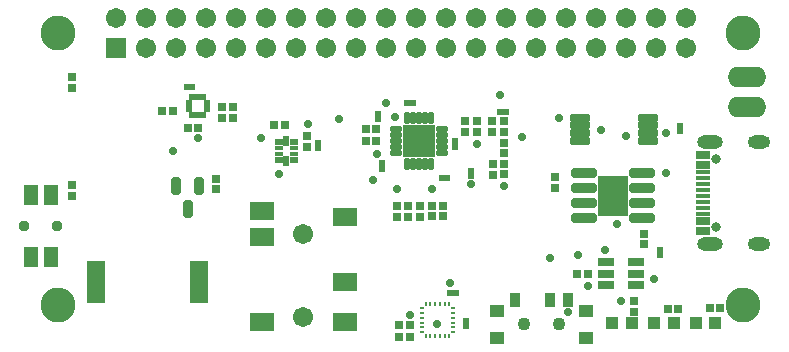
<source format=gts>
G04*
G04 #@! TF.GenerationSoftware,Altium Limited,Altium Designer,24.0.1 (36)*
G04*
G04 Layer_Color=8388736*
%FSLAX44Y44*%
%MOMM*%
G71*
G04*
G04 #@! TF.SameCoordinates,AAA4E2E7-C06B-4B28-9501-2596A0623A30*
G04*
G04*
G04 #@! TF.FilePolarity,Negative*
G04*
G01*
G75*
%ADD44R,0.2540X0.3048*%
%ADD45R,0.3048X0.2540*%
%ADD47R,0.6932X0.8032*%
%ADD48R,0.8032X0.6932*%
%ADD49R,0.4932X0.5032*%
%ADD50R,0.5032X0.4932*%
%ADD51R,1.0032X1.0032*%
%ADD52R,1.4132X0.7932*%
G04:AMPARAMS|DCode=53|XSize=2.1732mm|YSize=0.8032mm|CornerRadius=0.1766mm|HoleSize=0mm|Usage=FLASHONLY|Rotation=0.000|XOffset=0mm|YOffset=0mm|HoleType=Round|Shape=RoundedRectangle|*
%AMROUNDEDRECTD53*
21,1,2.1732,0.4500,0,0,0.0*
21,1,1.8200,0.8032,0,0,0.0*
1,1,0.3532,0.9100,-0.2250*
1,1,0.3532,-0.9100,-0.2250*
1,1,0.3532,-0.9100,0.2250*
1,1,0.3532,0.9100,0.2250*
%
%ADD53ROUNDEDRECTD53*%
%ADD54R,0.9032X1.3032*%
%ADD55R,1.2032X1.0032*%
G04:AMPARAMS|DCode=56|XSize=1.7632mm|YSize=0.6032mm|CornerRadius=0.1516mm|HoleSize=0mm|Usage=FLASHONLY|Rotation=180.000|XOffset=0mm|YOffset=0mm|HoleType=Round|Shape=RoundedRectangle|*
%AMROUNDEDRECTD56*
21,1,1.7632,0.3000,0,0,180.0*
21,1,1.4600,0.6032,0,0,180.0*
1,1,0.3032,-0.7300,0.1500*
1,1,0.3032,0.7300,0.1500*
1,1,0.3032,0.7300,-0.1500*
1,1,0.3032,-0.7300,-0.1500*
%
%ADD56ROUNDEDRECTD56*%
G04:AMPARAMS|DCode=57|XSize=0.4632mm|YSize=1.0432mm|CornerRadius=0.1341mm|HoleSize=0mm|Usage=FLASHONLY|Rotation=90.000|XOffset=0mm|YOffset=0mm|HoleType=Round|Shape=RoundedRectangle|*
%AMROUNDEDRECTD57*
21,1,0.4632,0.7750,0,0,90.0*
21,1,0.1950,1.0432,0,0,90.0*
1,1,0.2682,0.3875,0.0975*
1,1,0.2682,0.3875,-0.0975*
1,1,0.2682,-0.3875,-0.0975*
1,1,0.2682,-0.3875,0.0975*
%
%ADD57ROUNDEDRECTD57*%
G04:AMPARAMS|DCode=58|XSize=1.0432mm|YSize=0.4632mm|CornerRadius=0.1341mm|HoleSize=0mm|Usage=FLASHONLY|Rotation=90.000|XOffset=0mm|YOffset=0mm|HoleType=Round|Shape=RoundedRectangle|*
%AMROUNDEDRECTD58*
21,1,1.0432,0.1950,0,0,90.0*
21,1,0.7750,0.4632,0,0,90.0*
1,1,0.2682,0.0975,0.3875*
1,1,0.2682,0.0975,-0.3875*
1,1,0.2682,-0.0975,-0.3875*
1,1,0.2682,-0.0975,0.3875*
%
%ADD58ROUNDEDRECTD58*%
%ADD59R,2.8332X2.8332*%
%ADD60R,0.7832X0.4532*%
%ADD61R,0.7832X0.5032*%
%ADD62R,0.5532X0.8332*%
%ADD63R,1.2400X0.7000*%
%ADD64R,1.2400X0.4000*%
%ADD65R,2.6162X3.5052*%
%ADD66R,2.1000X1.6000*%
G04:AMPARAMS|DCode=67|XSize=1.4632mm|YSize=0.7932mm|CornerRadius=0.1754mm|HoleSize=0mm|Usage=FLASHONLY|Rotation=270.000|XOffset=0mm|YOffset=0mm|HoleType=Round|Shape=RoundedRectangle|*
%AMROUNDEDRECTD67*
21,1,1.4632,0.4425,0,0,270.0*
21,1,1.1125,0.7932,0,0,270.0*
1,1,0.3507,-0.2213,-0.5563*
1,1,0.3507,-0.2213,0.5563*
1,1,0.3507,0.2213,0.5563*
1,1,0.3507,0.2213,-0.5563*
%
%ADD67ROUNDEDRECTD67*%
%ADD68R,1.5032X3.6032*%
%ADD69R,1.2032X1.7531*%
G04:AMPARAMS|DCode=70|XSize=0.5832mm|YSize=0.5532mm|CornerRadius=0.1174mm|HoleSize=0mm|Usage=FLASHONLY|Rotation=90.000|XOffset=0mm|YOffset=0mm|HoleType=Round|Shape=RoundedRectangle|*
%AMROUNDEDRECTD70*
21,1,0.5832,0.3185,0,0,90.0*
21,1,0.3485,0.5532,0,0,90.0*
1,1,0.2347,0.1593,0.1743*
1,1,0.2347,0.1593,-0.1743*
1,1,0.2347,-0.1593,-0.1743*
1,1,0.2347,-0.1593,0.1743*
%
%ADD70ROUNDEDRECTD70*%
%ADD71C,1.1032*%
%ADD72O,3.2512X1.7272*%
%ADD73C,0.8032*%
%ADD74O,2.2032X1.1032*%
%ADD75O,1.9032X1.1032*%
%ADD76C,1.7032*%
%ADD77C,2.9532*%
%ADD78C,1.7112*%
%ADD79R,1.7112X1.7112*%
%ADD80C,0.9533*%
%ADD81C,0.7112*%
D44*
X1006761Y907923D02*
D03*
X1010761D02*
D03*
X1014762D02*
D03*
X1018762D02*
D03*
X1022763D02*
D03*
X1026763D02*
D03*
Y934593D02*
D03*
X1022763D02*
D03*
X1018762D02*
D03*
X1014762D02*
D03*
X1010761D02*
D03*
X1006761D02*
D03*
D45*
X1030097Y911257D02*
D03*
Y915257D02*
D03*
Y919258D02*
D03*
Y923258D02*
D03*
Y927259D02*
D03*
Y931259D02*
D03*
X1003427D02*
D03*
Y927259D02*
D03*
Y923258D02*
D03*
Y919258D02*
D03*
Y915257D02*
D03*
Y911257D02*
D03*
D47*
X783846Y1098550D02*
D03*
X792986D02*
D03*
X814322Y1083818D02*
D03*
X805182D02*
D03*
X843278Y1101852D02*
D03*
X834138D02*
D03*
X843278Y1092200D02*
D03*
X834138D02*
D03*
X984506Y907034D02*
D03*
X993646D02*
D03*
Y917194D02*
D03*
X984506D02*
D03*
X1211582Y931164D02*
D03*
X1220722D02*
D03*
X955804Y1083564D02*
D03*
X964944D02*
D03*
Y1073150D02*
D03*
X955804D02*
D03*
X1256282Y931926D02*
D03*
X1247142D02*
D03*
X1144268Y960628D02*
D03*
X1135128D02*
D03*
X878334Y1086866D02*
D03*
X887474D02*
D03*
D48*
X707390Y1118110D02*
D03*
Y1127250D02*
D03*
Y1035810D02*
D03*
Y1026670D02*
D03*
X829564Y1032004D02*
D03*
Y1041144D02*
D03*
X982472Y1018030D02*
D03*
Y1008890D02*
D03*
X1011682Y1009144D02*
D03*
Y1018284D02*
D03*
X1063498Y1044448D02*
D03*
Y1053588D02*
D03*
X1073150Y1044702D02*
D03*
Y1053842D02*
D03*
Y1071622D02*
D03*
Y1062482D02*
D03*
X992124Y1008890D02*
D03*
Y1018030D02*
D03*
X1001776D02*
D03*
Y1008890D02*
D03*
X1191260Y994662D02*
D03*
Y985522D02*
D03*
X1021334Y1009144D02*
D03*
Y1018284D02*
D03*
X1073150Y1080516D02*
D03*
Y1089656D02*
D03*
X1116584Y1042668D02*
D03*
Y1033528D02*
D03*
X1063244Y1089656D02*
D03*
Y1080516D02*
D03*
X1049782Y1089658D02*
D03*
Y1080518D02*
D03*
X1039622Y1089658D02*
D03*
Y1080518D02*
D03*
X906272Y1077212D02*
D03*
Y1068072D02*
D03*
X1183132Y928626D02*
D03*
Y937766D02*
D03*
D49*
X808858Y1118870D02*
D03*
X804418D02*
D03*
X1032002Y944372D02*
D03*
X1027562D02*
D03*
X1024758Y1041908D02*
D03*
X1020318D02*
D03*
X995548Y1104900D02*
D03*
X991108D02*
D03*
X1069980Y1097278D02*
D03*
X1074420D02*
D03*
D50*
X1040638Y916564D02*
D03*
Y921004D02*
D03*
X1044956Y1047618D02*
D03*
Y1043178D02*
D03*
X969518Y1054100D02*
D03*
Y1049660D02*
D03*
X1205230Y980694D02*
D03*
Y976254D02*
D03*
X965962Y1091692D02*
D03*
Y1096132D02*
D03*
X1221994Y1081417D02*
D03*
Y1085857D02*
D03*
X1031494Y1068202D02*
D03*
Y1072642D02*
D03*
X915924Y1071626D02*
D03*
Y1067186D02*
D03*
D51*
X1200282Y918972D02*
D03*
X1216782D02*
D03*
X1235466Y919226D02*
D03*
X1164600Y918972D02*
D03*
X1181100D02*
D03*
X1251966Y919226D02*
D03*
D52*
X1159406Y970128D02*
D03*
Y960628D02*
D03*
Y951128D02*
D03*
X1184506D02*
D03*
Y970128D02*
D03*
Y960628D02*
D03*
D53*
X1190154Y1033107D02*
D03*
X1140655Y1045807D02*
D03*
Y1033107D02*
D03*
Y1020407D02*
D03*
Y1007707D02*
D03*
X1190154D02*
D03*
Y1020407D02*
D03*
Y1045807D02*
D03*
D54*
X1082146Y938456D02*
D03*
X1112146D02*
D03*
X1127146D02*
D03*
D55*
X1067146Y929456D02*
D03*
Y906456D02*
D03*
X1142146Y929456D02*
D03*
Y906456D02*
D03*
D56*
X1137314Y1073306D02*
D03*
Y1079806D02*
D03*
Y1086306D02*
D03*
Y1092806D02*
D03*
X1194914D02*
D03*
Y1086306D02*
D03*
Y1079806D02*
D03*
Y1073306D02*
D03*
D57*
X1020318Y1063244D02*
D03*
Y1068244D02*
D03*
Y1073244D02*
D03*
Y1078244D02*
D03*
Y1083244D02*
D03*
X981618D02*
D03*
Y1078244D02*
D03*
Y1073244D02*
D03*
Y1068244D02*
D03*
Y1063244D02*
D03*
D58*
X990968Y1053894D02*
D03*
X995968D02*
D03*
X1000968D02*
D03*
X1005968D02*
D03*
X1010968D02*
D03*
Y1092594D02*
D03*
X1005968D02*
D03*
X1000968D02*
D03*
X995968D02*
D03*
X990968D02*
D03*
D59*
X1000968Y1073244D02*
D03*
D60*
X882396Y1062268D02*
D03*
Y1067268D02*
D03*
X895096Y1062268D02*
D03*
Y1067268D02*
D03*
D61*
Y1057268D02*
D03*
X882396D02*
D03*
Y1072268D02*
D03*
X895096D02*
D03*
D62*
X888746Y1056168D02*
D03*
Y1073368D02*
D03*
D63*
X1241804Y996954D02*
D03*
Y1004954D02*
D03*
Y1052954D02*
D03*
Y1060954D02*
D03*
D64*
Y1026454D02*
D03*
Y1021454D02*
D03*
Y1016454D02*
D03*
Y1011454D02*
D03*
Y1031454D02*
D03*
Y1036454D02*
D03*
Y1041454D02*
D03*
Y1046454D02*
D03*
D65*
X1165405Y1026757D02*
D03*
D66*
X868224Y1013850D02*
D03*
Y991850D02*
D03*
X938224Y1008850D02*
D03*
Y953850D02*
D03*
X868224Y919850D02*
D03*
X938224D02*
D03*
D67*
X805180Y1015090D02*
D03*
X795180Y1034690D02*
D03*
X815180D02*
D03*
D68*
X814390Y953770D02*
D03*
X727390D02*
D03*
D69*
X672221Y1027011D02*
D03*
X689219D02*
D03*
X672221Y974509D02*
D03*
X689219D02*
D03*
D70*
X805912Y1104860D02*
D03*
Y1099860D02*
D03*
X808562Y1094710D02*
D03*
X813562D02*
D03*
X818562D02*
D03*
X821212Y1099860D02*
D03*
Y1104860D02*
D03*
X818562Y1110010D02*
D03*
X813562D02*
D03*
X808562D02*
D03*
D71*
X1089646Y917956D02*
D03*
X1119646D02*
D03*
D72*
X1278382Y1127252D02*
D03*
Y1101852D02*
D03*
D73*
X1252504Y1000054D02*
D03*
Y1057854D02*
D03*
D74*
X1247604Y985704D02*
D03*
Y1072204D02*
D03*
D75*
X1289304Y985704D02*
D03*
Y1072204D02*
D03*
D76*
X903224Y993850D02*
D03*
Y923850D02*
D03*
D77*
X1275520Y1164020D02*
D03*
Y934020D02*
D03*
X695520Y1164020D02*
D03*
Y934020D02*
D03*
D78*
X1226820Y1176720D02*
D03*
Y1151320D02*
D03*
X1201420Y1176720D02*
D03*
Y1151320D02*
D03*
X1176020Y1176720D02*
D03*
Y1151320D02*
D03*
X1150620Y1176720D02*
D03*
Y1151320D02*
D03*
X1125220Y1176720D02*
D03*
Y1151320D02*
D03*
X1099820Y1176720D02*
D03*
Y1151320D02*
D03*
X1074420Y1176720D02*
D03*
Y1151320D02*
D03*
X1049020Y1176720D02*
D03*
Y1151320D02*
D03*
X1023620Y1176720D02*
D03*
Y1151320D02*
D03*
X998220Y1176720D02*
D03*
Y1151320D02*
D03*
X972820Y1176720D02*
D03*
Y1151320D02*
D03*
X947420Y1176720D02*
D03*
Y1151320D02*
D03*
X922020Y1176720D02*
D03*
Y1151320D02*
D03*
X896620Y1176720D02*
D03*
Y1151320D02*
D03*
X871220Y1176720D02*
D03*
Y1151320D02*
D03*
X845820Y1176720D02*
D03*
Y1151320D02*
D03*
X820420Y1176720D02*
D03*
Y1151320D02*
D03*
X795020Y1176720D02*
D03*
Y1151320D02*
D03*
X769620Y1176720D02*
D03*
Y1151320D02*
D03*
X744220Y1176720D02*
D03*
D79*
Y1151320D02*
D03*
D80*
X666971Y1000760D02*
D03*
X694469D02*
D03*
D81*
X980593Y1093111D02*
D03*
X972820Y1104900D02*
D03*
X867309Y1075331D02*
D03*
X1172464Y937768D02*
D03*
X1027430Y952754D02*
D03*
X933196Y1091692D02*
D03*
X906780Y1087374D02*
D03*
X1011682Y1032510D02*
D03*
X982472Y1032764D02*
D03*
X1127146Y928222D02*
D03*
X1158748Y980948D02*
D03*
X1112266Y973582D02*
D03*
X1073150Y1034542D02*
D03*
X962152Y1039876D02*
D03*
X792937Y1064678D02*
D03*
X1016508Y917702D02*
D03*
X993648Y925830D02*
D03*
X882137Y1044848D02*
D03*
X1069980Y1111626D02*
D03*
X965708Y1062228D02*
D03*
X814324Y1075182D02*
D03*
X1087882Y1076452D02*
D03*
X1050290Y1070864D02*
D03*
X1044956Y1036828D02*
D03*
X1168908Y1002792D02*
D03*
X1135634Y976122D02*
D03*
X1155446Y1082548D02*
D03*
X1209802Y1079754D02*
D03*
X1199642Y956310D02*
D03*
X1119632Y1092454D02*
D03*
X1144270Y950468D02*
D03*
X1176020Y1077468D02*
D03*
X1210310Y1045718D02*
D03*
M02*

</source>
